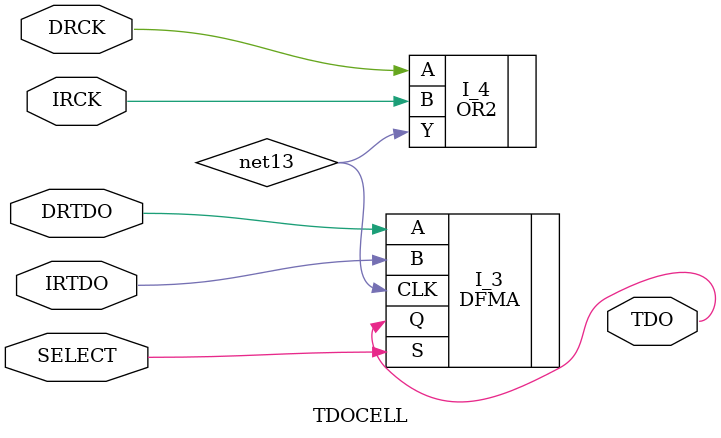
<source format=v>
`timescale 1 ns / 100 ps
module TDOCELL( TDO, DRCK, DRTDO, IRCK, IRTDO, SELECT );

output  TDO;


input  DRCK, DRTDO, IRCK, IRTDO, SELECT;





specify 
    specparam CDS_LIBNAME  = "3200DX";
    specparam CDS_CELLNAME = "TDOCELL";
    specparam CDS_VIEWNAME = "schematic";
endspecify

DFMA  I_3( .Q(TDO), .CLK(net13), .S(SELECT), .B(IRTDO), .A(DRTDO));
OR2  I_4( .A(DRCK), .Y(net13), .B(IRCK));

endmodule

</source>
